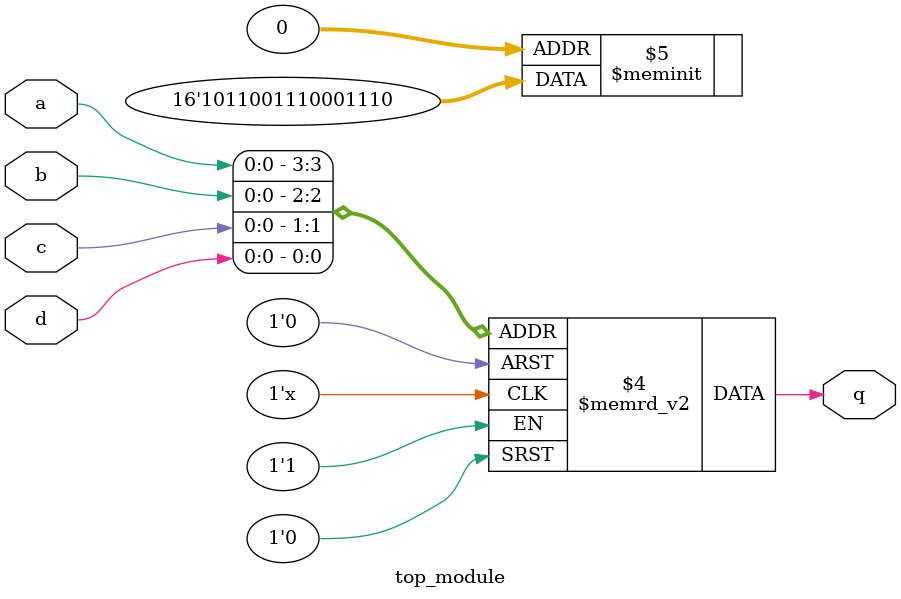
<source format=sv>
module top_module (
    input a,
    input b,
    input c,
    input d,
    output q
);

    reg q;

    always @(*) begin
        case ({a, b, c, d})
            4'b0000: q = 1'b0;
            4'b0001: q = 1'b1;
            4'b0010: q = 1'b1;
            4'b0011: q = 1'b1;
            4'b0100: q = 1'b0;
            4'b0101: q = 1'b0;
            4'b0110: q = 1'b0;
            4'b0111: q = 1'b1;
            4'b1000: q = 1'b1;
            4'b1001: q = 1'b1;
            4'b1010: q = 1'b0;
            4'b1011: q = 1'b0;
            4'b1100: q = 1'b1;
            4'b1101: q = 1'b1;
            4'b1110: q = 1'b0;
            4'b1111: q = 1'b1;
        endcase
    end

endmodule

</source>
